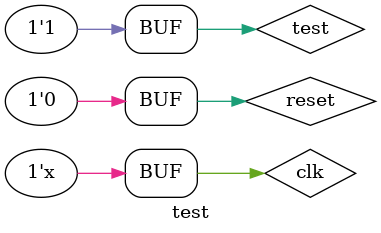
<source format=v>
`timescale 1ns / 1ps


module test;

	// Inputs
	reg clk;
	reg reset;
	reg test;
	reg sel;
	reg [3:0] sw;

	// Outputs
	wire vsync;
	wire hsync;
	wire led0;
	wire led1;
	wire led2;
	wire led3;
	wire led4;
	wire [3:0] r;
	wire [3:0] g;
	wire [3:0] b;

	// Instantiate the Unit Under Test (UUT)
	vga uut (
		.clk(clk), 
		.reset(reset), 
		.test(test), 
		.sel(sel), 
		.sw(sw), 
		.vsync(vsync), 
		.hsync(hsync), 
		.led0(led0), 
		.led1(led1), 
		.led2(led2), 
		.led3(led3), 
		.led4(led4), 
		.r(r), 
		.g(g), 
		.b(b)
	);

	initial begin
		// Initialize Inputs
		clk = 0;
		reset = 1;
		test=1;
		#20 reset = 0;
	end
	
	always #20
	begin 
		clk=~clk;
	end
	
	
	//always@(posedge clk)
	//begin
		//if(reset) reset=0;	
	//end
	
      
endmodule


</source>
